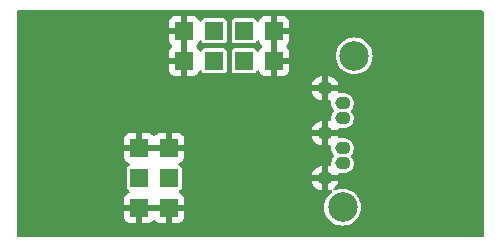
<source format=gbr>
%TF.GenerationSoftware,KiCad,Pcbnew,6.0.4-6f826c9f35~116~ubuntu20.04.1*%
%TF.CreationDate,2023-07-05T12:09:41+00:00*%
%TF.ProjectId,TTLLVDS01,54544c4c-5644-4533-9031-2e6b69636164,rev?*%
%TF.SameCoordinates,Original*%
%TF.FileFunction,Copper,L1,Top*%
%TF.FilePolarity,Positive*%
%FSLAX46Y46*%
G04 Gerber Fmt 4.6, Leading zero omitted, Abs format (unit mm)*
G04 Created by KiCad (PCBNEW 6.0.4-6f826c9f35~116~ubuntu20.04.1) date 2023-07-05 12:09:41*
%MOMM*%
%LPD*%
G01*
G04 APERTURE LIST*
%TA.AperFunction,ComponentPad*%
%ADD10O,1.300000X1.100000*%
%TD*%
%TA.AperFunction,ComponentPad*%
%ADD11C,2.500000*%
%TD*%
%TA.AperFunction,ComponentPad*%
%ADD12R,1.524000X1.524000*%
%TD*%
%TA.AperFunction,ComponentPad*%
%ADD13C,6.000000*%
%TD*%
%TA.AperFunction,ViaPad*%
%ADD14C,0.800000*%
%TD*%
G04 APERTURE END LIST*
D10*
%TO.P,J6,1,1*%
%TO.N,GND*%
X26644600Y5562600D03*
%TO.P,J6,2,2*%
%TO.N,/1+*%
X28144600Y6832600D03*
%TO.P,J6,3,3*%
%TO.N,/1-*%
X28144600Y8102600D03*
%TO.P,J6,4,4*%
%TO.N,GND*%
X26644600Y9372600D03*
%TO.P,J6,5,5*%
%TO.N,/2+*%
X28144600Y10642600D03*
%TO.P,J6,6,6*%
%TO.N,/2-*%
X28144600Y11912600D03*
%TO.P,J6,7,7*%
%TO.N,GND*%
X26644600Y13182600D03*
D11*
%TO.P,J6,8*%
%TO.N,N/C*%
X29144600Y15932600D03*
%TO.P,J6,9*%
X28144600Y3102600D03*
%TD*%
D12*
%TO.P,J1,1,2*%
%TO.N,GND*%
X10922000Y8128000D03*
%TO.P,J1,2,2*%
X13462000Y8128000D03*
%TO.P,J1,3,4*%
%TO.N,VCC*%
X10922000Y5588000D03*
%TO.P,J1,4,4*%
X13462000Y5588000D03*
%TO.P,J1,5,6*%
%TO.N,GND*%
X10922000Y3048000D03*
%TO.P,J1,6,6*%
X13462000Y3048000D03*
%TD*%
%TO.P,J2,1*%
%TO.N,/1A*%
X19812000Y15494000D03*
%TO.P,J2,2*%
X19812000Y18034000D03*
%TD*%
%TO.P,J3,1*%
%TO.N,GND*%
X14732000Y18034000D03*
%TO.P,J3,2*%
X14732000Y15494000D03*
%TD*%
%TO.P,J4,1*%
%TO.N,/2A*%
X17272000Y18034000D03*
%TO.P,J4,2*%
X17272000Y15494000D03*
%TD*%
%TO.P,J5,1*%
%TO.N,GND*%
X22352000Y18034000D03*
%TO.P,J5,2*%
X22352000Y15494000D03*
%TD*%
D13*
%TO.P,M1,1*%
%TO.N,GND*%
X35560000Y15240000D03*
%TD*%
%TO.P,M2,1*%
%TO.N,GND*%
X5080000Y5080000D03*
%TD*%
%TO.P,M3,1*%
%TO.N,GND*%
X5080000Y15240000D03*
%TD*%
%TO.P,M4,1*%
%TO.N,GND*%
X35560000Y5080000D03*
%TD*%
D14*
%TO.N,GND*%
X22225000Y11176000D03*
X20320000Y3556000D03*
X15621000Y12065000D03*
X15621000Y11049000D03*
X22225000Y13208000D03*
X21463000Y3556000D03*
X15621000Y13081000D03*
X22225000Y12192000D03*
X22479000Y3556000D03*
%TD*%
%TA.AperFunction,Conductor*%
%TO.N,GND*%
G36*
X40028121Y19745998D02*
G01*
X40074614Y19692342D01*
X40086000Y19640000D01*
X40086000Y680000D01*
X40065998Y611879D01*
X40012342Y565386D01*
X39960000Y554000D01*
X680000Y554000D01*
X611879Y574002D01*
X565386Y627658D01*
X554000Y680000D01*
X554000Y2241331D01*
X9652001Y2241331D01*
X9652371Y2234510D01*
X9657895Y2183648D01*
X9661521Y2168396D01*
X9706676Y2047946D01*
X9715214Y2032351D01*
X9791715Y1930276D01*
X9804276Y1917715D01*
X9906351Y1841214D01*
X9921946Y1832676D01*
X10042394Y1787522D01*
X10057649Y1783895D01*
X10108514Y1778369D01*
X10115328Y1778000D01*
X10649885Y1778000D01*
X10665124Y1782475D01*
X10666329Y1783865D01*
X10668000Y1791548D01*
X10668000Y1796116D01*
X11176000Y1796116D01*
X11180475Y1780877D01*
X11181865Y1779672D01*
X11189548Y1778001D01*
X11728669Y1778001D01*
X11735490Y1778371D01*
X11786352Y1783895D01*
X11801604Y1787521D01*
X11922054Y1832676D01*
X11937649Y1841214D01*
X12039724Y1917715D01*
X12052284Y1930275D01*
X12091173Y1982165D01*
X12148032Y2024681D01*
X12218851Y2029707D01*
X12281144Y1995647D01*
X12292827Y1982165D01*
X12331716Y1930275D01*
X12344276Y1917715D01*
X12446351Y1841214D01*
X12461946Y1832676D01*
X12582394Y1787522D01*
X12597649Y1783895D01*
X12648514Y1778369D01*
X12655328Y1778000D01*
X13189885Y1778000D01*
X13205124Y1782475D01*
X13206329Y1783865D01*
X13208000Y1791548D01*
X13208000Y1796116D01*
X13716000Y1796116D01*
X13720475Y1780877D01*
X13721865Y1779672D01*
X13729548Y1778001D01*
X14268669Y1778001D01*
X14275490Y1778371D01*
X14326352Y1783895D01*
X14341604Y1787521D01*
X14462054Y1832676D01*
X14477649Y1841214D01*
X14579724Y1917715D01*
X14592285Y1930276D01*
X14668786Y2032351D01*
X14677324Y2047946D01*
X14722478Y2168394D01*
X14726105Y2183649D01*
X14731631Y2234514D01*
X14732000Y2241328D01*
X14732000Y2775885D01*
X14727525Y2791124D01*
X14726135Y2792329D01*
X14718452Y2794000D01*
X13734115Y2794000D01*
X13718876Y2789525D01*
X13717671Y2788135D01*
X13716000Y2780452D01*
X13716000Y1796116D01*
X13208000Y1796116D01*
X13208000Y2775885D01*
X13203525Y2791124D01*
X13202135Y2792329D01*
X13194452Y2794000D01*
X11194115Y2794000D01*
X11178876Y2789525D01*
X11177671Y2788135D01*
X11176000Y2780452D01*
X11176000Y1796116D01*
X10668000Y1796116D01*
X10668000Y2775885D01*
X10663525Y2791124D01*
X10662135Y2792329D01*
X10654452Y2794000D01*
X9670116Y2794000D01*
X9654877Y2789525D01*
X9653672Y2788135D01*
X9652001Y2780452D01*
X9652001Y2241331D01*
X554000Y2241331D01*
X554000Y3102600D01*
X26589306Y3102600D01*
X26608454Y2859298D01*
X26665428Y2621988D01*
X26667318Y2617425D01*
X26667320Y2617419D01*
X26756928Y2401085D01*
X26758823Y2396511D01*
X26886341Y2188421D01*
X27044841Y2002841D01*
X27230421Y1844341D01*
X27438511Y1716823D01*
X27443081Y1714930D01*
X27443085Y1714928D01*
X27659419Y1625320D01*
X27659425Y1625318D01*
X27663988Y1623428D01*
X27668788Y1622276D01*
X27668793Y1622274D01*
X27777302Y1596223D01*
X27901298Y1566454D01*
X28144600Y1547306D01*
X28387902Y1566454D01*
X28511898Y1596223D01*
X28620407Y1622274D01*
X28620412Y1622276D01*
X28625212Y1623428D01*
X28629775Y1625318D01*
X28629781Y1625320D01*
X28846115Y1714928D01*
X28846119Y1714930D01*
X28850689Y1716823D01*
X29058779Y1844341D01*
X29244359Y2002841D01*
X29402859Y2188421D01*
X29530377Y2396511D01*
X29532272Y2401085D01*
X29621880Y2617419D01*
X29621882Y2617425D01*
X29623772Y2621988D01*
X29680746Y2859298D01*
X29699894Y3102600D01*
X29680746Y3345902D01*
X29623772Y3583212D01*
X29621882Y3587775D01*
X29621880Y3587781D01*
X29532272Y3804115D01*
X29532270Y3804119D01*
X29530377Y3808689D01*
X29402859Y4016779D01*
X29244359Y4202359D01*
X29058779Y4360859D01*
X28850689Y4488377D01*
X28846119Y4490270D01*
X28846115Y4490272D01*
X28629781Y4579880D01*
X28629775Y4579882D01*
X28625212Y4581772D01*
X28620412Y4582924D01*
X28620407Y4582926D01*
X28511898Y4608977D01*
X28387902Y4638746D01*
X28144600Y4657894D01*
X27901298Y4638746D01*
X27777302Y4608977D01*
X27668793Y4582926D01*
X27668788Y4582924D01*
X27663988Y4581772D01*
X27546842Y4533249D01*
X27476253Y4525660D01*
X27412766Y4557439D01*
X27376539Y4618497D01*
X27379073Y4689449D01*
X27418989Y4747301D01*
X27488935Y4804347D01*
X27497639Y4812991D01*
X27622038Y4963363D01*
X27628897Y4973531D01*
X27721721Y5145207D01*
X27726471Y5156507D01*
X27768195Y5291293D01*
X27768401Y5305395D01*
X27761645Y5308600D01*
X26916715Y5308600D01*
X26901476Y5304125D01*
X26900271Y5302735D01*
X26898600Y5295052D01*
X26898600Y4532696D01*
X26902836Y4518269D01*
X26915189Y4516208D01*
X26944961Y4519127D01*
X26956996Y4521510D01*
X27095998Y4563477D01*
X27166993Y4564018D01*
X27227009Y4526090D01*
X27256993Y4461736D01*
X27247425Y4391387D01*
X27214247Y4347045D01*
X27044841Y4202359D01*
X26886341Y4016779D01*
X26758823Y3808689D01*
X26756930Y3804119D01*
X26756928Y3804115D01*
X26667320Y3587781D01*
X26667318Y3587775D01*
X26665428Y3583212D01*
X26608454Y3345902D01*
X26589306Y3102600D01*
X554000Y3102600D01*
X554000Y3320115D01*
X9652000Y3320115D01*
X9656475Y3304876D01*
X9657865Y3303671D01*
X9665548Y3302000D01*
X14713884Y3302000D01*
X14729123Y3306475D01*
X14730328Y3307865D01*
X14731999Y3315548D01*
X14731999Y3854669D01*
X14731629Y3861490D01*
X14726105Y3912352D01*
X14722479Y3927604D01*
X14677324Y4048054D01*
X14668786Y4063649D01*
X14592285Y4165724D01*
X14579724Y4178285D01*
X14477649Y4254786D01*
X14462054Y4263324D01*
X14335863Y4310631D01*
X14279099Y4353273D01*
X14254399Y4419834D01*
X14269606Y4489183D01*
X14319892Y4539301D01*
X14328939Y4543761D01*
X14397153Y4574061D01*
X14406664Y4583588D01*
X14461725Y4638746D01*
X14476241Y4653287D01*
X14492229Y4689449D01*
X14517675Y4747008D01*
X14521506Y4755673D01*
X14524500Y4781354D01*
X14524500Y5296832D01*
X25519902Y5296832D01*
X25557154Y5170258D01*
X25561747Y5158890D01*
X25652166Y4985934D01*
X25658882Y4975672D01*
X25781168Y4823580D01*
X25789752Y4814814D01*
X25939256Y4689364D01*
X25949367Y4682440D01*
X26120398Y4588416D01*
X26131662Y4583588D01*
X26317695Y4524575D01*
X26329683Y4522027D01*
X26372596Y4517213D01*
X26387127Y4519766D01*
X26390600Y4532313D01*
X26390600Y5290485D01*
X26386125Y5305724D01*
X26384735Y5306929D01*
X26377052Y5308600D01*
X25534553Y5308600D01*
X25521022Y5304627D01*
X25519902Y5296832D01*
X14524500Y5296832D01*
X14524500Y5819805D01*
X25520799Y5819805D01*
X25527555Y5816600D01*
X26372485Y5816600D01*
X26387724Y5821075D01*
X26388929Y5822465D01*
X26390600Y5830148D01*
X26390600Y5834715D01*
X26898600Y5834715D01*
X26903075Y5819476D01*
X26904465Y5818271D01*
X26912148Y5816600D01*
X27754647Y5816600D01*
X27768178Y5820573D01*
X27769298Y5828368D01*
X27768490Y5831115D01*
X27768445Y5902112D01*
X27806791Y5961862D01*
X27871353Y5991396D01*
X27916849Y5989656D01*
X27944197Y5983543D01*
X27944204Y5983542D01*
X27949237Y5982417D01*
X27954907Y5982100D01*
X28290764Y5982100D01*
X28428309Y5997042D01*
X28603448Y6055983D01*
X28761844Y6151157D01*
X28773138Y6161837D01*
X28891149Y6273435D01*
X28891151Y6273437D01*
X28896107Y6278124D01*
X28999975Y6430960D01*
X29007986Y6450988D01*
X29066066Y6596198D01*
X29066067Y6596203D01*
X29068600Y6602535D01*
X29085893Y6706996D01*
X29097666Y6778106D01*
X29097666Y6778110D01*
X29098781Y6784844D01*
X29097243Y6814201D01*
X29089467Y6962568D01*
X29089110Y6969381D01*
X29063416Y7062665D01*
X29041851Y7140954D01*
X29040038Y7147536D01*
X28953854Y7310998D01*
X28893023Y7382982D01*
X28864332Y7447923D01*
X28875305Y7518066D01*
X28892489Y7544703D01*
X28896107Y7548124D01*
X28999975Y7700960D01*
X29032239Y7781625D01*
X29066066Y7866198D01*
X29066067Y7866203D01*
X29068600Y7872535D01*
X29098781Y8054844D01*
X29093423Y8157093D01*
X29089467Y8232568D01*
X29089110Y8239381D01*
X29063734Y8331510D01*
X29041851Y8410954D01*
X29040038Y8417536D01*
X28953854Y8580998D01*
X28834580Y8722140D01*
X28829155Y8726288D01*
X28693201Y8830233D01*
X28693197Y8830236D01*
X28687780Y8834377D01*
X28681600Y8837259D01*
X28681598Y8837260D01*
X28526480Y8909593D01*
X28526477Y8909594D01*
X28520303Y8912473D01*
X28513658Y8913958D01*
X28513653Y8913960D01*
X28373729Y8945235D01*
X28339963Y8952783D01*
X28334293Y8953100D01*
X27998436Y8953100D01*
X27995042Y8952731D01*
X27995037Y8952731D01*
X27903407Y8942777D01*
X27833525Y8955305D01*
X27781509Y9003626D01*
X27763875Y9072398D01*
X27768141Y9097643D01*
X27768401Y9115395D01*
X27761645Y9118600D01*
X26916715Y9118600D01*
X26901476Y9114125D01*
X26900271Y9112735D01*
X26898600Y9105052D01*
X26898600Y8342696D01*
X26902836Y8328269D01*
X26915189Y8326208D01*
X26944961Y8329127D01*
X26956996Y8331510D01*
X27040480Y8356715D01*
X27111475Y8357256D01*
X27171491Y8319328D01*
X27201475Y8254974D01*
X27201206Y8215515D01*
X27190419Y8150356D01*
X27190776Y8143539D01*
X27190776Y8143535D01*
X27198902Y7988489D01*
X27200090Y7965819D01*
X27201901Y7959246D01*
X27201901Y7959243D01*
X27227530Y7866198D01*
X27249162Y7787664D01*
X27335346Y7624202D01*
X27339754Y7618986D01*
X27396177Y7552218D01*
X27424868Y7487277D01*
X27413895Y7417134D01*
X27396711Y7390497D01*
X27393093Y7387076D01*
X27289225Y7234240D01*
X27286692Y7227906D01*
X27286690Y7227903D01*
X27223134Y7069002D01*
X27223133Y7068997D01*
X27220600Y7062665D01*
X27219486Y7055933D01*
X27195770Y6912676D01*
X27190419Y6880356D01*
X27190776Y6873539D01*
X27190776Y6873535D01*
X27199504Y6706996D01*
X27183095Y6637922D01*
X27131946Y6588685D01*
X27062297Y6574917D01*
X27035579Y6580300D01*
X26971508Y6600624D01*
X26959517Y6603173D01*
X26916604Y6607987D01*
X26902073Y6605434D01*
X26898600Y6592887D01*
X26898600Y5834715D01*
X26390600Y5834715D01*
X26390600Y6592504D01*
X26386364Y6606931D01*
X26374011Y6608992D01*
X26344239Y6606073D01*
X26332204Y6603690D01*
X26145377Y6547283D01*
X26134035Y6542608D01*
X25961721Y6450988D01*
X25951505Y6444201D01*
X25800265Y6320853D01*
X25791561Y6312209D01*
X25667162Y6161837D01*
X25660303Y6151669D01*
X25567479Y5979993D01*
X25562729Y5968693D01*
X25521005Y5833907D01*
X25520799Y5819805D01*
X14524500Y5819805D01*
X14524500Y6394646D01*
X14521382Y6420846D01*
X14507994Y6450988D01*
X14480663Y6512518D01*
X14475939Y6523153D01*
X14396713Y6602241D01*
X14386076Y6606944D01*
X14386074Y6606945D01*
X14329104Y6632131D01*
X14274888Y6677969D01*
X14254061Y6745842D01*
X14273235Y6814201D01*
X14326323Y6861341D01*
X14335822Y6865353D01*
X14462054Y6912676D01*
X14477649Y6921214D01*
X14579724Y6997715D01*
X14592285Y7010276D01*
X14668786Y7112351D01*
X14677324Y7127946D01*
X14722478Y7248394D01*
X14726105Y7263649D01*
X14731631Y7314514D01*
X14732000Y7321328D01*
X14732000Y7855885D01*
X14727525Y7871124D01*
X14726135Y7872329D01*
X14718452Y7874000D01*
X9670116Y7874000D01*
X9654877Y7869525D01*
X9653672Y7868135D01*
X9652001Y7860452D01*
X9652001Y7321331D01*
X9652371Y7314510D01*
X9657895Y7263648D01*
X9661521Y7248396D01*
X9706676Y7127946D01*
X9715214Y7112351D01*
X9791715Y7010276D01*
X9804276Y6997715D01*
X9906351Y6921214D01*
X9921946Y6912676D01*
X10048137Y6865369D01*
X10104901Y6822727D01*
X10129601Y6756166D01*
X10114394Y6686817D01*
X10064108Y6636699D01*
X10055061Y6632239D01*
X9986847Y6601939D01*
X9978628Y6593706D01*
X9978627Y6593705D01*
X9959872Y6574917D01*
X9907759Y6522713D01*
X9862494Y6420327D01*
X9859500Y6394646D01*
X9859500Y4781354D01*
X9862618Y4755154D01*
X9908061Y4652847D01*
X9916294Y4644628D01*
X9916295Y4644627D01*
X9942471Y4618497D01*
X9987287Y4573759D01*
X9997924Y4569056D01*
X9997926Y4569055D01*
X10054896Y4543869D01*
X10109112Y4498031D01*
X10129939Y4430158D01*
X10110765Y4361799D01*
X10057677Y4314659D01*
X10048178Y4310647D01*
X9921946Y4263324D01*
X9906351Y4254786D01*
X9804276Y4178285D01*
X9791715Y4165724D01*
X9715214Y4063649D01*
X9706676Y4048054D01*
X9661522Y3927606D01*
X9657895Y3912351D01*
X9652369Y3861486D01*
X9652000Y3854672D01*
X9652000Y3320115D01*
X554000Y3320115D01*
X554000Y8400115D01*
X9652000Y8400115D01*
X9656475Y8384876D01*
X9657865Y8383671D01*
X9665548Y8382000D01*
X10649885Y8382000D01*
X10665124Y8386475D01*
X10666329Y8387865D01*
X10668000Y8395548D01*
X10668000Y8400115D01*
X11176000Y8400115D01*
X11180475Y8384876D01*
X11181865Y8383671D01*
X11189548Y8382000D01*
X13189885Y8382000D01*
X13205124Y8386475D01*
X13206329Y8387865D01*
X13208000Y8395548D01*
X13208000Y8400115D01*
X13716000Y8400115D01*
X13720475Y8384876D01*
X13721865Y8383671D01*
X13729548Y8382000D01*
X14713884Y8382000D01*
X14729123Y8386475D01*
X14730328Y8387865D01*
X14731999Y8395548D01*
X14731999Y8934669D01*
X14731629Y8941490D01*
X14726105Y8992352D01*
X14722479Y9007604D01*
X14685280Y9106832D01*
X25519902Y9106832D01*
X25557154Y8980258D01*
X25561747Y8968890D01*
X25652166Y8795934D01*
X25658882Y8785672D01*
X25781168Y8633580D01*
X25789752Y8624814D01*
X25939256Y8499364D01*
X25949367Y8492440D01*
X26120398Y8398416D01*
X26131662Y8393588D01*
X26317695Y8334575D01*
X26329683Y8332027D01*
X26372596Y8327213D01*
X26387127Y8329766D01*
X26390600Y8342313D01*
X26390600Y9100485D01*
X26386125Y9115724D01*
X26384735Y9116929D01*
X26377052Y9118600D01*
X25534553Y9118600D01*
X25521022Y9114627D01*
X25519902Y9106832D01*
X14685280Y9106832D01*
X14677324Y9128054D01*
X14668786Y9143649D01*
X14592285Y9245724D01*
X14579724Y9258285D01*
X14477649Y9334786D01*
X14462054Y9343324D01*
X14341606Y9388478D01*
X14326351Y9392105D01*
X14275486Y9397631D01*
X14268672Y9398000D01*
X13734115Y9398000D01*
X13718876Y9393525D01*
X13717671Y9392135D01*
X13716000Y9384452D01*
X13716000Y8400115D01*
X13208000Y8400115D01*
X13208000Y9379884D01*
X13203525Y9395123D01*
X13202135Y9396328D01*
X13194452Y9397999D01*
X12655331Y9397999D01*
X12648510Y9397629D01*
X12597648Y9392105D01*
X12582396Y9388479D01*
X12461946Y9343324D01*
X12446351Y9334786D01*
X12344276Y9258285D01*
X12331716Y9245725D01*
X12292827Y9193835D01*
X12235968Y9151319D01*
X12165149Y9146293D01*
X12102856Y9180353D01*
X12091173Y9193835D01*
X12052284Y9245725D01*
X12039724Y9258285D01*
X11937649Y9334786D01*
X11922054Y9343324D01*
X11801606Y9388478D01*
X11786351Y9392105D01*
X11735486Y9397631D01*
X11728672Y9398000D01*
X11194115Y9398000D01*
X11178876Y9393525D01*
X11177671Y9392135D01*
X11176000Y9384452D01*
X11176000Y8400115D01*
X10668000Y8400115D01*
X10668000Y9379884D01*
X10663525Y9395123D01*
X10662135Y9396328D01*
X10654452Y9397999D01*
X10115331Y9397999D01*
X10108510Y9397629D01*
X10057648Y9392105D01*
X10042396Y9388479D01*
X9921946Y9343324D01*
X9906351Y9334786D01*
X9804276Y9258285D01*
X9791715Y9245724D01*
X9715214Y9143649D01*
X9706676Y9128054D01*
X9661522Y9007606D01*
X9657895Y8992351D01*
X9652369Y8941486D01*
X9652000Y8934672D01*
X9652000Y8400115D01*
X554000Y8400115D01*
X554000Y9629805D01*
X25520799Y9629805D01*
X25527555Y9626600D01*
X26372485Y9626600D01*
X26387724Y9631075D01*
X26388929Y9632465D01*
X26390600Y9640148D01*
X26390600Y9644715D01*
X26898600Y9644715D01*
X26903075Y9629476D01*
X26904465Y9628271D01*
X26912148Y9626600D01*
X27754647Y9626600D01*
X27768178Y9630573D01*
X27769298Y9638368D01*
X27768490Y9641115D01*
X27768445Y9712112D01*
X27806791Y9771862D01*
X27871353Y9801396D01*
X27916849Y9799656D01*
X27944197Y9793543D01*
X27944204Y9793542D01*
X27949237Y9792417D01*
X27954907Y9792100D01*
X28290764Y9792100D01*
X28428309Y9807042D01*
X28603448Y9865983D01*
X28761844Y9961157D01*
X28773138Y9971837D01*
X28891149Y10083435D01*
X28891151Y10083437D01*
X28896107Y10088124D01*
X28999975Y10240960D01*
X29007986Y10260988D01*
X29066066Y10406198D01*
X29066067Y10406203D01*
X29068600Y10412535D01*
X29098781Y10594844D01*
X29093423Y10697094D01*
X29089467Y10772568D01*
X29089110Y10779381D01*
X29063416Y10872665D01*
X29041851Y10950954D01*
X29040038Y10957536D01*
X28953854Y11120998D01*
X28893023Y11192982D01*
X28864332Y11257923D01*
X28875305Y11328066D01*
X28892489Y11354703D01*
X28896107Y11358124D01*
X28999975Y11510960D01*
X29032239Y11591625D01*
X29066066Y11676198D01*
X29066067Y11676203D01*
X29068600Y11682535D01*
X29098781Y11864844D01*
X29093423Y11967093D01*
X29089467Y12042568D01*
X29089110Y12049381D01*
X29063734Y12141510D01*
X29041851Y12220954D01*
X29040038Y12227536D01*
X28953854Y12390998D01*
X28834580Y12532140D01*
X28829155Y12536288D01*
X28693201Y12640233D01*
X28693197Y12640236D01*
X28687780Y12644377D01*
X28681600Y12647259D01*
X28681598Y12647260D01*
X28526480Y12719593D01*
X28526477Y12719594D01*
X28520303Y12722473D01*
X28513658Y12723958D01*
X28513653Y12723960D01*
X28373729Y12755235D01*
X28339963Y12762783D01*
X28334293Y12763100D01*
X27998436Y12763100D01*
X27995042Y12762731D01*
X27995037Y12762731D01*
X27903407Y12752777D01*
X27833525Y12765305D01*
X27781509Y12813626D01*
X27763875Y12882398D01*
X27768141Y12907643D01*
X27768401Y12925395D01*
X27761645Y12928600D01*
X26916715Y12928600D01*
X26901476Y12924125D01*
X26900271Y12922735D01*
X26898600Y12915052D01*
X26898600Y12152696D01*
X26902836Y12138269D01*
X26915189Y12136208D01*
X26944961Y12139127D01*
X26956996Y12141510D01*
X27040480Y12166715D01*
X27111475Y12167256D01*
X27171491Y12129328D01*
X27201475Y12064974D01*
X27201206Y12025515D01*
X27190419Y11960356D01*
X27190776Y11953539D01*
X27190776Y11953535D01*
X27198902Y11798489D01*
X27200090Y11775819D01*
X27201901Y11769246D01*
X27201901Y11769243D01*
X27227530Y11676198D01*
X27249162Y11597664D01*
X27335346Y11434202D01*
X27339754Y11428986D01*
X27396177Y11362218D01*
X27424868Y11297277D01*
X27413895Y11227134D01*
X27396711Y11200497D01*
X27393093Y11197076D01*
X27289225Y11044240D01*
X27286692Y11037906D01*
X27286690Y11037903D01*
X27223134Y10879002D01*
X27223133Y10878997D01*
X27220600Y10872665D01*
X27190419Y10690356D01*
X27190776Y10683539D01*
X27190776Y10683535D01*
X27199504Y10516996D01*
X27183095Y10447922D01*
X27131946Y10398685D01*
X27062297Y10384917D01*
X27035579Y10390300D01*
X26971508Y10410624D01*
X26959517Y10413173D01*
X26916604Y10417987D01*
X26902073Y10415434D01*
X26898600Y10402887D01*
X26898600Y9644715D01*
X26390600Y9644715D01*
X26390600Y10402504D01*
X26386364Y10416931D01*
X26374011Y10418992D01*
X26344239Y10416073D01*
X26332204Y10413690D01*
X26145377Y10357283D01*
X26134035Y10352608D01*
X25961721Y10260988D01*
X25951505Y10254201D01*
X25800265Y10130853D01*
X25791561Y10122209D01*
X25667162Y9971837D01*
X25660303Y9961669D01*
X25567479Y9789993D01*
X25562729Y9778693D01*
X25521005Y9643907D01*
X25520799Y9629805D01*
X554000Y9629805D01*
X554000Y12916832D01*
X25519902Y12916832D01*
X25557154Y12790258D01*
X25561747Y12778890D01*
X25652166Y12605934D01*
X25658882Y12595672D01*
X25781168Y12443580D01*
X25789752Y12434814D01*
X25939256Y12309364D01*
X25949367Y12302440D01*
X26120398Y12208416D01*
X26131662Y12203588D01*
X26317695Y12144575D01*
X26329683Y12142027D01*
X26372596Y12137213D01*
X26387127Y12139766D01*
X26390600Y12152313D01*
X26390600Y12910485D01*
X26386125Y12925724D01*
X26384735Y12926929D01*
X26377052Y12928600D01*
X25534553Y12928600D01*
X25521022Y12924627D01*
X25519902Y12916832D01*
X554000Y12916832D01*
X554000Y13439805D01*
X25520799Y13439805D01*
X25527555Y13436600D01*
X26372485Y13436600D01*
X26387724Y13441075D01*
X26388929Y13442465D01*
X26390600Y13450148D01*
X26390600Y13454715D01*
X26898600Y13454715D01*
X26903075Y13439476D01*
X26904465Y13438271D01*
X26912148Y13436600D01*
X27754647Y13436600D01*
X27768178Y13440573D01*
X27769298Y13448368D01*
X27732046Y13574942D01*
X27727453Y13586310D01*
X27637034Y13759266D01*
X27630318Y13769528D01*
X27508032Y13921620D01*
X27499448Y13930386D01*
X27349944Y14055836D01*
X27339833Y14062760D01*
X27168802Y14156784D01*
X27157538Y14161612D01*
X26971505Y14220625D01*
X26959517Y14223173D01*
X26916604Y14227987D01*
X26902073Y14225434D01*
X26898600Y14212887D01*
X26898600Y13454715D01*
X26390600Y13454715D01*
X26390600Y14212504D01*
X26386364Y14226931D01*
X26374011Y14228992D01*
X26344239Y14226073D01*
X26332204Y14223690D01*
X26145377Y14167283D01*
X26134035Y14162608D01*
X25961721Y14070988D01*
X25951505Y14064201D01*
X25800265Y13940853D01*
X25791561Y13932209D01*
X25667162Y13781837D01*
X25660303Y13771669D01*
X25567479Y13599993D01*
X25562729Y13588693D01*
X25521005Y13453907D01*
X25520799Y13439805D01*
X554000Y13439805D01*
X554000Y14687331D01*
X13462001Y14687331D01*
X13462371Y14680510D01*
X13467895Y14629648D01*
X13471521Y14614396D01*
X13516676Y14493946D01*
X13525214Y14478351D01*
X13601715Y14376276D01*
X13614276Y14363715D01*
X13716351Y14287214D01*
X13731946Y14278676D01*
X13852394Y14233522D01*
X13867649Y14229895D01*
X13918514Y14224369D01*
X13925328Y14224000D01*
X14459885Y14224000D01*
X14475124Y14228475D01*
X14476329Y14229865D01*
X14478000Y14237548D01*
X14478000Y14242116D01*
X14986000Y14242116D01*
X14990475Y14226877D01*
X14991865Y14225672D01*
X14999548Y14224001D01*
X15538669Y14224001D01*
X15545490Y14224371D01*
X15596352Y14229895D01*
X15611604Y14233521D01*
X15732054Y14278676D01*
X15747649Y14287214D01*
X15849724Y14363715D01*
X15862285Y14376276D01*
X15938786Y14478351D01*
X15947324Y14493946D01*
X15994631Y14620137D01*
X16037273Y14676901D01*
X16103834Y14701601D01*
X16173183Y14686394D01*
X16223301Y14636108D01*
X16227761Y14627061D01*
X16258061Y14558847D01*
X16337287Y14479759D01*
X16347924Y14475056D01*
X16347926Y14475055D01*
X16392566Y14455320D01*
X16439673Y14434494D01*
X16465354Y14431500D01*
X18078646Y14431500D01*
X18082350Y14431941D01*
X18082353Y14431941D01*
X18089746Y14432821D01*
X18104846Y14434618D01*
X18144596Y14452274D01*
X18196518Y14475337D01*
X18207153Y14480061D01*
X18286241Y14559287D01*
X18331506Y14661673D01*
X18334500Y14687354D01*
X18749500Y14687354D01*
X18752618Y14661154D01*
X18756456Y14652514D01*
X18756456Y14652513D01*
X18766612Y14629649D01*
X18798061Y14558847D01*
X18877287Y14479759D01*
X18887924Y14475056D01*
X18887926Y14475055D01*
X18932566Y14455320D01*
X18979673Y14434494D01*
X19005354Y14431500D01*
X20618646Y14431500D01*
X20622350Y14431941D01*
X20622353Y14431941D01*
X20629746Y14432821D01*
X20644846Y14434618D01*
X20684596Y14452274D01*
X20736518Y14475337D01*
X20747153Y14480061D01*
X20826241Y14559287D01*
X20856131Y14626896D01*
X20901969Y14681112D01*
X20969842Y14701939D01*
X21038201Y14682765D01*
X21085341Y14629677D01*
X21089353Y14620178D01*
X21136676Y14493946D01*
X21145214Y14478351D01*
X21221715Y14376276D01*
X21234276Y14363715D01*
X21336351Y14287214D01*
X21351946Y14278676D01*
X21472394Y14233522D01*
X21487649Y14229895D01*
X21538514Y14224369D01*
X21545328Y14224000D01*
X22079885Y14224000D01*
X22095124Y14228475D01*
X22096329Y14229865D01*
X22098000Y14237548D01*
X22098000Y14242116D01*
X22606000Y14242116D01*
X22610475Y14226877D01*
X22611865Y14225672D01*
X22619548Y14224001D01*
X23158669Y14224001D01*
X23165490Y14224371D01*
X23216352Y14229895D01*
X23231604Y14233521D01*
X23352054Y14278676D01*
X23367649Y14287214D01*
X23469724Y14363715D01*
X23482285Y14376276D01*
X23558786Y14478351D01*
X23567324Y14493946D01*
X23612478Y14614394D01*
X23616105Y14629649D01*
X23621631Y14680514D01*
X23622000Y14687328D01*
X23622000Y15221885D01*
X23617525Y15237124D01*
X23616135Y15238329D01*
X23608452Y15240000D01*
X22624115Y15240000D01*
X22608876Y15235525D01*
X22607671Y15234135D01*
X22606000Y15226452D01*
X22606000Y14242116D01*
X22098000Y14242116D01*
X22098000Y15766115D01*
X22606000Y15766115D01*
X22610475Y15750876D01*
X22611865Y15749671D01*
X22619548Y15748000D01*
X23603884Y15748000D01*
X23619123Y15752475D01*
X23620328Y15753865D01*
X23621999Y15761548D01*
X23621999Y15932600D01*
X27589306Y15932600D01*
X27608454Y15689298D01*
X27665428Y15451988D01*
X27667318Y15447425D01*
X27667320Y15447419D01*
X27754427Y15237124D01*
X27758823Y15226511D01*
X27886341Y15018421D01*
X28044841Y14832841D01*
X28230421Y14674341D01*
X28438511Y14546823D01*
X28443081Y14544930D01*
X28443085Y14544928D01*
X28659419Y14455320D01*
X28659425Y14455318D01*
X28663988Y14453428D01*
X28668788Y14452276D01*
X28668793Y14452274D01*
X28753486Y14431941D01*
X28901298Y14396454D01*
X29144600Y14377306D01*
X29387902Y14396454D01*
X29535714Y14431941D01*
X29620407Y14452274D01*
X29620412Y14452276D01*
X29625212Y14453428D01*
X29629775Y14455318D01*
X29629781Y14455320D01*
X29846115Y14544928D01*
X29846119Y14544930D01*
X29850689Y14546823D01*
X30058779Y14674341D01*
X30244359Y14832841D01*
X30402859Y15018421D01*
X30530377Y15226511D01*
X30534773Y15237124D01*
X30621880Y15447419D01*
X30621882Y15447425D01*
X30623772Y15451988D01*
X30680746Y15689298D01*
X30699894Y15932600D01*
X30680746Y16175902D01*
X30642551Y16334992D01*
X30624926Y16408407D01*
X30624924Y16408412D01*
X30623772Y16413212D01*
X30621882Y16417775D01*
X30621880Y16417781D01*
X30532272Y16634115D01*
X30532270Y16634119D01*
X30530377Y16638689D01*
X30402859Y16846779D01*
X30244359Y17032359D01*
X30058779Y17190859D01*
X29850689Y17318377D01*
X29846119Y17320270D01*
X29846115Y17320272D01*
X29629781Y17409880D01*
X29629775Y17409882D01*
X29625212Y17411772D01*
X29620412Y17412924D01*
X29620407Y17412926D01*
X29511898Y17438977D01*
X29387902Y17468746D01*
X29144600Y17487894D01*
X28901298Y17468746D01*
X28777302Y17438977D01*
X28668793Y17412926D01*
X28668788Y17412924D01*
X28663988Y17411772D01*
X28659425Y17409882D01*
X28659419Y17409880D01*
X28443085Y17320272D01*
X28443081Y17320270D01*
X28438511Y17318377D01*
X28230421Y17190859D01*
X28044841Y17032359D01*
X27886341Y16846779D01*
X27758823Y16638689D01*
X27756930Y16634119D01*
X27756928Y16634115D01*
X27667320Y16417781D01*
X27667318Y16417775D01*
X27665428Y16413212D01*
X27664276Y16408412D01*
X27664274Y16408407D01*
X27646649Y16334992D01*
X27608454Y16175902D01*
X27589306Y15932600D01*
X23621999Y15932600D01*
X23621999Y16300669D01*
X23621629Y16307490D01*
X23616105Y16358352D01*
X23612479Y16373604D01*
X23567324Y16494054D01*
X23558786Y16509649D01*
X23482285Y16611724D01*
X23469725Y16624284D01*
X23417835Y16663173D01*
X23375319Y16720032D01*
X23370293Y16790851D01*
X23404353Y16853144D01*
X23417835Y16864827D01*
X23469725Y16903716D01*
X23482285Y16916276D01*
X23558786Y17018351D01*
X23567324Y17033946D01*
X23612478Y17154394D01*
X23616105Y17169649D01*
X23621631Y17220514D01*
X23622000Y17227328D01*
X23622000Y17761885D01*
X23617525Y17777124D01*
X23616135Y17778329D01*
X23608452Y17780000D01*
X22624115Y17780000D01*
X22608876Y17775525D01*
X22607671Y17774135D01*
X22606000Y17766452D01*
X22606000Y15766115D01*
X22098000Y15766115D01*
X22098000Y18306115D01*
X22606000Y18306115D01*
X22610475Y18290876D01*
X22611865Y18289671D01*
X22619548Y18288000D01*
X23603884Y18288000D01*
X23619123Y18292475D01*
X23620328Y18293865D01*
X23621999Y18301548D01*
X23621999Y18840669D01*
X23621629Y18847490D01*
X23616105Y18898352D01*
X23612479Y18913604D01*
X23567324Y19034054D01*
X23558786Y19049649D01*
X23482285Y19151724D01*
X23469724Y19164285D01*
X23367649Y19240786D01*
X23352054Y19249324D01*
X23231606Y19294478D01*
X23216351Y19298105D01*
X23165486Y19303631D01*
X23158672Y19304000D01*
X22624115Y19304000D01*
X22608876Y19299525D01*
X22607671Y19298135D01*
X22606000Y19290452D01*
X22606000Y18306115D01*
X22098000Y18306115D01*
X22098000Y19285884D01*
X22093525Y19301123D01*
X22092135Y19302328D01*
X22084452Y19303999D01*
X21545331Y19303999D01*
X21538510Y19303629D01*
X21487648Y19298105D01*
X21472396Y19294479D01*
X21351946Y19249324D01*
X21336351Y19240786D01*
X21234276Y19164285D01*
X21221715Y19151724D01*
X21145214Y19049649D01*
X21136676Y19034054D01*
X21089369Y18907863D01*
X21046727Y18851099D01*
X20980166Y18826399D01*
X20910817Y18841606D01*
X20860699Y18891892D01*
X20856236Y18900944D01*
X20853163Y18907863D01*
X20825939Y18969153D01*
X20746713Y19048241D01*
X20736076Y19052944D01*
X20736074Y19052945D01*
X20676538Y19079265D01*
X20644327Y19093506D01*
X20618646Y19096500D01*
X19005354Y19096500D01*
X19001650Y19096059D01*
X19001647Y19096059D01*
X18994254Y19095179D01*
X18979154Y19093382D01*
X18876847Y19047939D01*
X18797759Y18968713D01*
X18752494Y18866327D01*
X18749500Y18840646D01*
X18749500Y17227354D01*
X18752618Y17201154D01*
X18756456Y17192514D01*
X18756456Y17192513D01*
X18766612Y17169649D01*
X18798061Y17098847D01*
X18877287Y17019759D01*
X18887924Y17015056D01*
X18887926Y17015055D01*
X18947462Y16988735D01*
X18979673Y16974494D01*
X19005354Y16971500D01*
X20618646Y16971500D01*
X20622350Y16971941D01*
X20622353Y16971941D01*
X20629746Y16972821D01*
X20644846Y16974618D01*
X20747153Y17020061D01*
X20826241Y17099287D01*
X20856131Y17166896D01*
X20901969Y17221112D01*
X20969842Y17241939D01*
X21038201Y17222765D01*
X21085341Y17169677D01*
X21089353Y17160178D01*
X21136676Y17033946D01*
X21145214Y17018351D01*
X21221715Y16916276D01*
X21234275Y16903716D01*
X21286165Y16864827D01*
X21328681Y16807968D01*
X21333707Y16737149D01*
X21299647Y16674856D01*
X21286165Y16663173D01*
X21234275Y16624284D01*
X21221715Y16611724D01*
X21145214Y16509649D01*
X21136676Y16494054D01*
X21089369Y16367863D01*
X21046727Y16311099D01*
X20980166Y16286399D01*
X20910817Y16301606D01*
X20860699Y16351892D01*
X20856236Y16360944D01*
X20853163Y16367863D01*
X20825939Y16429153D01*
X20746713Y16508241D01*
X20736076Y16512944D01*
X20736074Y16512945D01*
X20676538Y16539265D01*
X20644327Y16553506D01*
X20618646Y16556500D01*
X19005354Y16556500D01*
X19001650Y16556059D01*
X19001647Y16556059D01*
X18994254Y16555179D01*
X18979154Y16553382D01*
X18876847Y16507939D01*
X18797759Y16428713D01*
X18793056Y16418076D01*
X18793055Y16418074D01*
X18773396Y16373606D01*
X18752494Y16326327D01*
X18749500Y16300646D01*
X18749500Y14687354D01*
X18334500Y14687354D01*
X18334500Y16300646D01*
X18331382Y16326846D01*
X18317401Y16358323D01*
X18290663Y16418518D01*
X18290662Y16418520D01*
X18285939Y16429153D01*
X18206713Y16508241D01*
X18196076Y16512944D01*
X18196074Y16512945D01*
X18136538Y16539265D01*
X18104327Y16553506D01*
X18078646Y16556500D01*
X16465354Y16556500D01*
X16461650Y16556059D01*
X16461647Y16556059D01*
X16454254Y16555179D01*
X16439154Y16553382D01*
X16336847Y16507939D01*
X16257759Y16428713D01*
X16253056Y16418076D01*
X16253055Y16418074D01*
X16227869Y16361104D01*
X16182031Y16306888D01*
X16114158Y16286061D01*
X16045799Y16305235D01*
X15998659Y16358323D01*
X15994647Y16367822D01*
X15947324Y16494054D01*
X15938786Y16509649D01*
X15862285Y16611724D01*
X15849725Y16624284D01*
X15797835Y16663173D01*
X15755319Y16720032D01*
X15750293Y16790851D01*
X15784353Y16853144D01*
X15797835Y16864827D01*
X15849725Y16903716D01*
X15862285Y16916276D01*
X15938786Y17018351D01*
X15947324Y17033946D01*
X15994631Y17160137D01*
X16037273Y17216901D01*
X16103834Y17241601D01*
X16173183Y17226394D01*
X16223301Y17176108D01*
X16227761Y17167061D01*
X16258061Y17098847D01*
X16337287Y17019759D01*
X16347924Y17015056D01*
X16347926Y17015055D01*
X16407462Y16988735D01*
X16439673Y16974494D01*
X16465354Y16971500D01*
X18078646Y16971500D01*
X18082350Y16971941D01*
X18082353Y16971941D01*
X18089746Y16972821D01*
X18104846Y16974618D01*
X18207153Y17020061D01*
X18286241Y17099287D01*
X18331506Y17201673D01*
X18334500Y17227354D01*
X18334500Y18840646D01*
X18331382Y18866846D01*
X18317401Y18898323D01*
X18290663Y18958518D01*
X18290662Y18958520D01*
X18285939Y18969153D01*
X18206713Y19048241D01*
X18196076Y19052944D01*
X18196074Y19052945D01*
X18136538Y19079265D01*
X18104327Y19093506D01*
X18078646Y19096500D01*
X16465354Y19096500D01*
X16461650Y19096059D01*
X16461647Y19096059D01*
X16454254Y19095179D01*
X16439154Y19093382D01*
X16336847Y19047939D01*
X16257759Y18968713D01*
X16253056Y18958076D01*
X16253055Y18958074D01*
X16227869Y18901104D01*
X16182031Y18846888D01*
X16114158Y18826061D01*
X16045799Y18845235D01*
X15998659Y18898323D01*
X15994647Y18907822D01*
X15947324Y19034054D01*
X15938786Y19049649D01*
X15862285Y19151724D01*
X15849724Y19164285D01*
X15747649Y19240786D01*
X15732054Y19249324D01*
X15611606Y19294478D01*
X15596351Y19298105D01*
X15545486Y19303631D01*
X15538672Y19304000D01*
X15004115Y19304000D01*
X14988876Y19299525D01*
X14987671Y19298135D01*
X14986000Y19290452D01*
X14986000Y14242116D01*
X14478000Y14242116D01*
X14478000Y15221885D01*
X14473525Y15237124D01*
X14472135Y15238329D01*
X14464452Y15240000D01*
X13480116Y15240000D01*
X13464877Y15235525D01*
X13463672Y15234135D01*
X13462001Y15226452D01*
X13462001Y14687331D01*
X554000Y14687331D01*
X554000Y15766115D01*
X13462000Y15766115D01*
X13466475Y15750876D01*
X13467865Y15749671D01*
X13475548Y15748000D01*
X14459885Y15748000D01*
X14475124Y15752475D01*
X14476329Y15753865D01*
X14478000Y15761548D01*
X14478000Y17761885D01*
X14473525Y17777124D01*
X14472135Y17778329D01*
X14464452Y17780000D01*
X13480116Y17780000D01*
X13464877Y17775525D01*
X13463672Y17774135D01*
X13462001Y17766452D01*
X13462001Y17227331D01*
X13462371Y17220510D01*
X13467895Y17169648D01*
X13471521Y17154396D01*
X13516676Y17033946D01*
X13525214Y17018351D01*
X13601715Y16916276D01*
X13614275Y16903716D01*
X13666165Y16864827D01*
X13708681Y16807968D01*
X13713707Y16737149D01*
X13679647Y16674856D01*
X13666165Y16663173D01*
X13614275Y16624284D01*
X13601715Y16611724D01*
X13525214Y16509649D01*
X13516676Y16494054D01*
X13471522Y16373606D01*
X13467895Y16358351D01*
X13462369Y16307486D01*
X13462000Y16300672D01*
X13462000Y15766115D01*
X554000Y15766115D01*
X554000Y18306115D01*
X13462000Y18306115D01*
X13466475Y18290876D01*
X13467865Y18289671D01*
X13475548Y18288000D01*
X14459885Y18288000D01*
X14475124Y18292475D01*
X14476329Y18293865D01*
X14478000Y18301548D01*
X14478000Y19285884D01*
X14473525Y19301123D01*
X14472135Y19302328D01*
X14464452Y19303999D01*
X13925331Y19303999D01*
X13918510Y19303629D01*
X13867648Y19298105D01*
X13852396Y19294479D01*
X13731946Y19249324D01*
X13716351Y19240786D01*
X13614276Y19164285D01*
X13601715Y19151724D01*
X13525214Y19049649D01*
X13516676Y19034054D01*
X13471522Y18913606D01*
X13467895Y18898351D01*
X13462369Y18847486D01*
X13462000Y18840672D01*
X13462000Y18306115D01*
X554000Y18306115D01*
X554000Y19640000D01*
X574002Y19708121D01*
X627658Y19754614D01*
X680000Y19766000D01*
X39960000Y19766000D01*
X40028121Y19745998D01*
G37*
%TD.AperFunction*%
%TD*%
M02*

</source>
